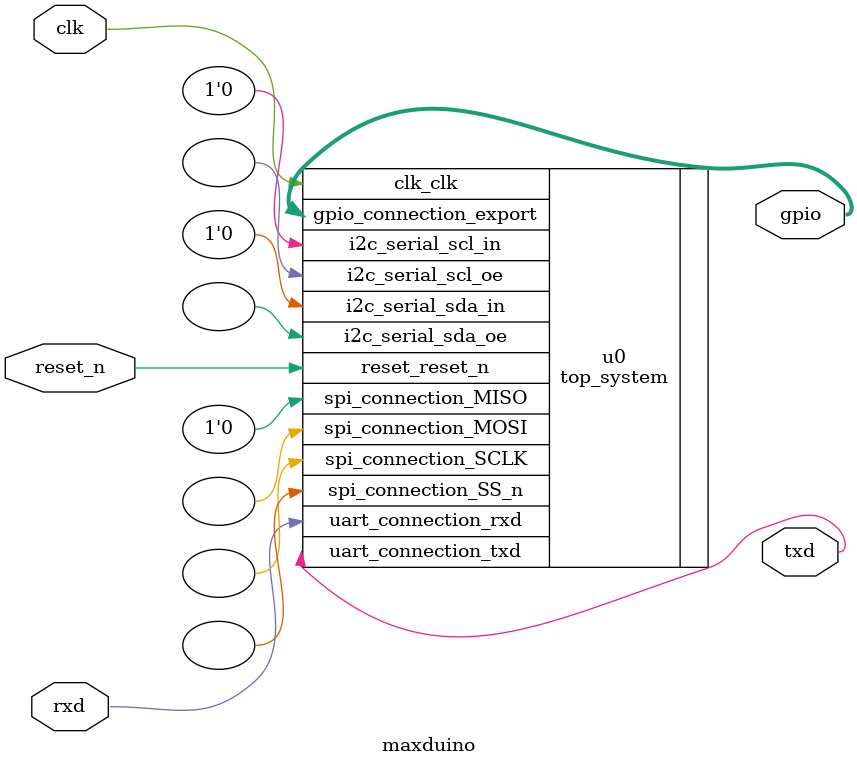
<source format=v>
module maxduino
(
	input  wire		clk,
	input  wire		reset_n,
	input  wire		rxd,
	output wire		txd,
	output wire [21:0] gpio
);

top_system u0 (
        .clk_clk                (clk),                //             clk.clk
        .gpio_connection_export (gpio), // gpio_connection.export
        .i2c_serial_sda_in      (1'b0),      //      i2c_serial.sda_in
        .i2c_serial_scl_in      (1'b0),      //                .scl_in
        .i2c_serial_sda_oe      (),      //                .sda_oe
        .i2c_serial_scl_oe      (),      //                .scl_oe
        .reset_reset_n          (reset_n),          //           reset.reset_n
        .spi_connection_MISO    (1'b0),    //  spi_connection.MISO
        .spi_connection_MOSI    (),    //                .MOSI
        .spi_connection_SCLK    (),    //                .SCLK
        .spi_connection_SS_n    (),    //                .SS_n
        .uart_connection_rxd    (rxd),    // uart_connection.rxd
        .uart_connection_txd    (txd)     //                .txd
    );
	 
endmodule
</source>
